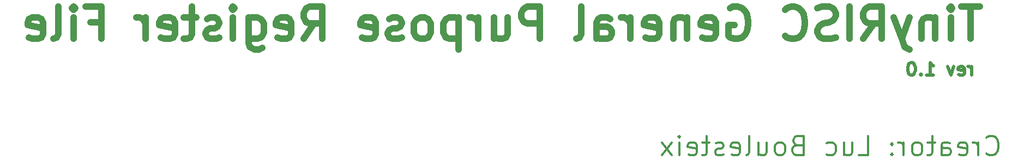
<source format=gbr>
%TF.GenerationSoftware,KiCad,Pcbnew,(5.1.10)-1*%
%TF.CreationDate,2021-10-27T21:26:05+02:00*%
%TF.ProjectId,General Purpose RF,47656e65-7261-46c2-9050-7572706f7365,rev1.0*%
%TF.SameCoordinates,Original*%
%TF.FileFunction,Legend,Bot*%
%TF.FilePolarity,Positive*%
%FSLAX46Y46*%
G04 Gerber Fmt 4.6, Leading zero omitted, Abs format (unit mm)*
G04 Created by KiCad (PCBNEW (5.1.10)-1) date 2021-10-27 21:26:05*
%MOMM*%
%LPD*%
G01*
G04 APERTURE LIST*
%ADD10C,0.500000*%
%ADD11C,0.300000*%
%ADD12C,1.000000*%
G04 APERTURE END LIST*
D10*
X227904761Y-122904761D02*
X227904761Y-121571428D01*
X227904761Y-121952380D02*
X227809523Y-121761904D01*
X227714285Y-121666666D01*
X227523809Y-121571428D01*
X227333333Y-121571428D01*
X225904761Y-122809523D02*
X226095238Y-122904761D01*
X226476190Y-122904761D01*
X226666666Y-122809523D01*
X226761904Y-122619047D01*
X226761904Y-121857142D01*
X226666666Y-121666666D01*
X226476190Y-121571428D01*
X226095238Y-121571428D01*
X225904761Y-121666666D01*
X225809523Y-121857142D01*
X225809523Y-122047619D01*
X226761904Y-122238095D01*
X225142857Y-121571428D02*
X224666666Y-122904761D01*
X224190476Y-121571428D01*
X220857142Y-122904761D02*
X222000000Y-122904761D01*
X221428571Y-122904761D02*
X221428571Y-120904761D01*
X221619047Y-121190476D01*
X221809523Y-121380952D01*
X222000000Y-121476190D01*
X220000000Y-122714285D02*
X219904761Y-122809523D01*
X220000000Y-122904761D01*
X220095238Y-122809523D01*
X220000000Y-122714285D01*
X220000000Y-122904761D01*
X218666666Y-120904761D02*
X218476190Y-120904761D01*
X218285714Y-121000000D01*
X218190476Y-121095238D01*
X218095238Y-121285714D01*
X218000000Y-121666666D01*
X218000000Y-122142857D01*
X218095238Y-122523809D01*
X218190476Y-122714285D01*
X218285714Y-122809523D01*
X218476190Y-122904761D01*
X218666666Y-122904761D01*
X218857142Y-122809523D01*
X218952380Y-122714285D01*
X219047619Y-122523809D01*
X219142857Y-122142857D01*
X219142857Y-121666666D01*
X219047619Y-121285714D01*
X218952380Y-121095238D01*
X218857142Y-121000000D01*
X218666666Y-120904761D01*
D11*
X230214285Y-135071428D02*
X230357142Y-135214285D01*
X230785714Y-135357142D01*
X231071428Y-135357142D01*
X231500000Y-135214285D01*
X231785714Y-134928571D01*
X231928571Y-134642857D01*
X232071428Y-134071428D01*
X232071428Y-133642857D01*
X231928571Y-133071428D01*
X231785714Y-132785714D01*
X231500000Y-132500000D01*
X231071428Y-132357142D01*
X230785714Y-132357142D01*
X230357142Y-132500000D01*
X230214285Y-132642857D01*
X228928571Y-135357142D02*
X228928571Y-133357142D01*
X228928571Y-133928571D02*
X228785714Y-133642857D01*
X228642857Y-133500000D01*
X228357142Y-133357142D01*
X228071428Y-133357142D01*
X225928571Y-135214285D02*
X226214285Y-135357142D01*
X226785714Y-135357142D01*
X227071428Y-135214285D01*
X227214285Y-134928571D01*
X227214285Y-133785714D01*
X227071428Y-133500000D01*
X226785714Y-133357142D01*
X226214285Y-133357142D01*
X225928571Y-133500000D01*
X225785714Y-133785714D01*
X225785714Y-134071428D01*
X227214285Y-134357142D01*
X223214285Y-135357142D02*
X223214285Y-133785714D01*
X223357142Y-133500000D01*
X223642857Y-133357142D01*
X224214285Y-133357142D01*
X224500000Y-133500000D01*
X223214285Y-135214285D02*
X223500000Y-135357142D01*
X224214285Y-135357142D01*
X224500000Y-135214285D01*
X224642857Y-134928571D01*
X224642857Y-134642857D01*
X224500000Y-134357142D01*
X224214285Y-134214285D01*
X223500000Y-134214285D01*
X223214285Y-134071428D01*
X222214285Y-133357142D02*
X221071428Y-133357142D01*
X221785714Y-132357142D02*
X221785714Y-134928571D01*
X221642857Y-135214285D01*
X221357142Y-135357142D01*
X221071428Y-135357142D01*
X219642857Y-135357142D02*
X219928571Y-135214285D01*
X220071428Y-135071428D01*
X220214285Y-134785714D01*
X220214285Y-133928571D01*
X220071428Y-133642857D01*
X219928571Y-133500000D01*
X219642857Y-133357142D01*
X219214285Y-133357142D01*
X218928571Y-133500000D01*
X218785714Y-133642857D01*
X218642857Y-133928571D01*
X218642857Y-134785714D01*
X218785714Y-135071428D01*
X218928571Y-135214285D01*
X219214285Y-135357142D01*
X219642857Y-135357142D01*
X217357142Y-135357142D02*
X217357142Y-133357142D01*
X217357142Y-133928571D02*
X217214285Y-133642857D01*
X217071428Y-133500000D01*
X216785714Y-133357142D01*
X216500000Y-133357142D01*
X215500000Y-135071428D02*
X215357142Y-135214285D01*
X215500000Y-135357142D01*
X215642857Y-135214285D01*
X215500000Y-135071428D01*
X215500000Y-135357142D01*
X215500000Y-133500000D02*
X215357142Y-133642857D01*
X215500000Y-133785714D01*
X215642857Y-133642857D01*
X215500000Y-133500000D01*
X215500000Y-133785714D01*
X210357142Y-135357142D02*
X211785714Y-135357142D01*
X211785714Y-132357142D01*
X208071428Y-133357142D02*
X208071428Y-135357142D01*
X209357142Y-133357142D02*
X209357142Y-134928571D01*
X209214285Y-135214285D01*
X208928571Y-135357142D01*
X208500000Y-135357142D01*
X208214285Y-135214285D01*
X208071428Y-135071428D01*
X205357142Y-135214285D02*
X205642857Y-135357142D01*
X206214285Y-135357142D01*
X206500000Y-135214285D01*
X206642857Y-135071428D01*
X206785714Y-134785714D01*
X206785714Y-133928571D01*
X206642857Y-133642857D01*
X206500000Y-133500000D01*
X206214285Y-133357142D01*
X205642857Y-133357142D01*
X205357142Y-133500000D01*
X200785714Y-133785714D02*
X200357142Y-133928571D01*
X200214285Y-134071428D01*
X200071428Y-134357142D01*
X200071428Y-134785714D01*
X200214285Y-135071428D01*
X200357142Y-135214285D01*
X200642857Y-135357142D01*
X201785714Y-135357142D01*
X201785714Y-132357142D01*
X200785714Y-132357142D01*
X200500000Y-132500000D01*
X200357142Y-132642857D01*
X200214285Y-132928571D01*
X200214285Y-133214285D01*
X200357142Y-133500000D01*
X200500000Y-133642857D01*
X200785714Y-133785714D01*
X201785714Y-133785714D01*
X198357142Y-135357142D02*
X198642857Y-135214285D01*
X198785714Y-135071428D01*
X198928571Y-134785714D01*
X198928571Y-133928571D01*
X198785714Y-133642857D01*
X198642857Y-133500000D01*
X198357142Y-133357142D01*
X197928571Y-133357142D01*
X197642857Y-133500000D01*
X197500000Y-133642857D01*
X197357142Y-133928571D01*
X197357142Y-134785714D01*
X197500000Y-135071428D01*
X197642857Y-135214285D01*
X197928571Y-135357142D01*
X198357142Y-135357142D01*
X194785714Y-133357142D02*
X194785714Y-135357142D01*
X196071428Y-133357142D02*
X196071428Y-134928571D01*
X195928571Y-135214285D01*
X195642857Y-135357142D01*
X195214285Y-135357142D01*
X194928571Y-135214285D01*
X194785714Y-135071428D01*
X192928571Y-135357142D02*
X193214285Y-135214285D01*
X193357142Y-134928571D01*
X193357142Y-132357142D01*
X190642857Y-135214285D02*
X190928571Y-135357142D01*
X191500000Y-135357142D01*
X191785714Y-135214285D01*
X191928571Y-134928571D01*
X191928571Y-133785714D01*
X191785714Y-133500000D01*
X191500000Y-133357142D01*
X190928571Y-133357142D01*
X190642857Y-133500000D01*
X190500000Y-133785714D01*
X190500000Y-134071428D01*
X191928571Y-134357142D01*
X189357142Y-135214285D02*
X189071428Y-135357142D01*
X188500000Y-135357142D01*
X188214285Y-135214285D01*
X188071428Y-134928571D01*
X188071428Y-134785714D01*
X188214285Y-134500000D01*
X188500000Y-134357142D01*
X188928571Y-134357142D01*
X189214285Y-134214285D01*
X189357142Y-133928571D01*
X189357142Y-133785714D01*
X189214285Y-133500000D01*
X188928571Y-133357142D01*
X188500000Y-133357142D01*
X188214285Y-133500000D01*
X187214285Y-133357142D02*
X186071428Y-133357142D01*
X186785714Y-132357142D02*
X186785714Y-134928571D01*
X186642857Y-135214285D01*
X186357142Y-135357142D01*
X186071428Y-135357142D01*
X183928571Y-135214285D02*
X184214285Y-135357142D01*
X184785714Y-135357142D01*
X185071428Y-135214285D01*
X185214285Y-134928571D01*
X185214285Y-133785714D01*
X185071428Y-133500000D01*
X184785714Y-133357142D01*
X184214285Y-133357142D01*
X183928571Y-133500000D01*
X183785714Y-133785714D01*
X183785714Y-134071428D01*
X185214285Y-134357142D01*
X182500000Y-135357142D02*
X182500000Y-133357142D01*
X182500000Y-132357142D02*
X182642857Y-132500000D01*
X182500000Y-132642857D01*
X182357142Y-132500000D01*
X182500000Y-132357142D01*
X182500000Y-132642857D01*
X181357142Y-135357142D02*
X179785714Y-133357142D01*
X181357142Y-133357142D02*
X179785714Y-135357142D01*
D12*
X229166666Y-112261904D02*
X226309523Y-112261904D01*
X227738095Y-117261904D02*
X227738095Y-112261904D01*
X224642857Y-117261904D02*
X224642857Y-113928571D01*
X224642857Y-112261904D02*
X224880952Y-112500000D01*
X224642857Y-112738095D01*
X224404761Y-112500000D01*
X224642857Y-112261904D01*
X224642857Y-112738095D01*
X222261904Y-113928571D02*
X222261904Y-117261904D01*
X222261904Y-114404761D02*
X222023809Y-114166666D01*
X221547619Y-113928571D01*
X220833333Y-113928571D01*
X220357142Y-114166666D01*
X220119047Y-114642857D01*
X220119047Y-117261904D01*
X218214285Y-113928571D02*
X217023809Y-117261904D01*
X215833333Y-113928571D02*
X217023809Y-117261904D01*
X217500000Y-118452380D01*
X217738095Y-118690476D01*
X218214285Y-118928571D01*
X211071428Y-117261904D02*
X212738095Y-114880952D01*
X213928571Y-117261904D02*
X213928571Y-112261904D01*
X212023809Y-112261904D01*
X211547619Y-112500000D01*
X211309523Y-112738095D01*
X211071428Y-113214285D01*
X211071428Y-113928571D01*
X211309523Y-114404761D01*
X211547619Y-114642857D01*
X212023809Y-114880952D01*
X213928571Y-114880952D01*
X208928571Y-117261904D02*
X208928571Y-112261904D01*
X206785714Y-117023809D02*
X206071428Y-117261904D01*
X204880952Y-117261904D01*
X204404761Y-117023809D01*
X204166666Y-116785714D01*
X203928571Y-116309523D01*
X203928571Y-115833333D01*
X204166666Y-115357142D01*
X204404761Y-115119047D01*
X204880952Y-114880952D01*
X205833333Y-114642857D01*
X206309523Y-114404761D01*
X206547619Y-114166666D01*
X206785714Y-113690476D01*
X206785714Y-113214285D01*
X206547619Y-112738095D01*
X206309523Y-112500000D01*
X205833333Y-112261904D01*
X204642857Y-112261904D01*
X203928571Y-112500000D01*
X198928571Y-116785714D02*
X199166666Y-117023809D01*
X199880952Y-117261904D01*
X200357142Y-117261904D01*
X201071428Y-117023809D01*
X201547619Y-116547619D01*
X201785714Y-116071428D01*
X202023809Y-115119047D01*
X202023809Y-114404761D01*
X201785714Y-113452380D01*
X201547619Y-112976190D01*
X201071428Y-112500000D01*
X200357142Y-112261904D01*
X199880952Y-112261904D01*
X199166666Y-112500000D01*
X198928571Y-112738095D01*
X190357142Y-112500000D02*
X190833333Y-112261904D01*
X191547619Y-112261904D01*
X192261904Y-112500000D01*
X192738095Y-112976190D01*
X192976190Y-113452380D01*
X193214285Y-114404761D01*
X193214285Y-115119047D01*
X192976190Y-116071428D01*
X192738095Y-116547619D01*
X192261904Y-117023809D01*
X191547619Y-117261904D01*
X191071428Y-117261904D01*
X190357142Y-117023809D01*
X190119047Y-116785714D01*
X190119047Y-115119047D01*
X191071428Y-115119047D01*
X186071428Y-117023809D02*
X186547619Y-117261904D01*
X187500000Y-117261904D01*
X187976190Y-117023809D01*
X188214285Y-116547619D01*
X188214285Y-114642857D01*
X187976190Y-114166666D01*
X187500000Y-113928571D01*
X186547619Y-113928571D01*
X186071428Y-114166666D01*
X185833333Y-114642857D01*
X185833333Y-115119047D01*
X188214285Y-115595238D01*
X183690476Y-113928571D02*
X183690476Y-117261904D01*
X183690476Y-114404761D02*
X183452380Y-114166666D01*
X182976190Y-113928571D01*
X182261904Y-113928571D01*
X181785714Y-114166666D01*
X181547619Y-114642857D01*
X181547619Y-117261904D01*
X177261904Y-117023809D02*
X177738095Y-117261904D01*
X178690476Y-117261904D01*
X179166666Y-117023809D01*
X179404761Y-116547619D01*
X179404761Y-114642857D01*
X179166666Y-114166666D01*
X178690476Y-113928571D01*
X177738095Y-113928571D01*
X177261904Y-114166666D01*
X177023809Y-114642857D01*
X177023809Y-115119047D01*
X179404761Y-115595238D01*
X174880952Y-117261904D02*
X174880952Y-113928571D01*
X174880952Y-114880952D02*
X174642857Y-114404761D01*
X174404761Y-114166666D01*
X173928571Y-113928571D01*
X173452380Y-113928571D01*
X169642857Y-117261904D02*
X169642857Y-114642857D01*
X169880952Y-114166666D01*
X170357142Y-113928571D01*
X171309523Y-113928571D01*
X171785714Y-114166666D01*
X169642857Y-117023809D02*
X170119047Y-117261904D01*
X171309523Y-117261904D01*
X171785714Y-117023809D01*
X172023809Y-116547619D01*
X172023809Y-116071428D01*
X171785714Y-115595238D01*
X171309523Y-115357142D01*
X170119047Y-115357142D01*
X169642857Y-115119047D01*
X166547619Y-117261904D02*
X167023809Y-117023809D01*
X167261904Y-116547619D01*
X167261904Y-112261904D01*
X160833333Y-117261904D02*
X160833333Y-112261904D01*
X158928571Y-112261904D01*
X158452380Y-112500000D01*
X158214285Y-112738095D01*
X157976190Y-113214285D01*
X157976190Y-113928571D01*
X158214285Y-114404761D01*
X158452380Y-114642857D01*
X158928571Y-114880952D01*
X160833333Y-114880952D01*
X153690476Y-113928571D02*
X153690476Y-117261904D01*
X155833333Y-113928571D02*
X155833333Y-116547619D01*
X155595238Y-117023809D01*
X155119047Y-117261904D01*
X154404761Y-117261904D01*
X153928571Y-117023809D01*
X153690476Y-116785714D01*
X151309523Y-117261904D02*
X151309523Y-113928571D01*
X151309523Y-114880952D02*
X151071428Y-114404761D01*
X150833333Y-114166666D01*
X150357142Y-113928571D01*
X149880952Y-113928571D01*
X148214285Y-113928571D02*
X148214285Y-118928571D01*
X148214285Y-114166666D02*
X147738095Y-113928571D01*
X146785714Y-113928571D01*
X146309523Y-114166666D01*
X146071428Y-114404761D01*
X145833333Y-114880952D01*
X145833333Y-116309523D01*
X146071428Y-116785714D01*
X146309523Y-117023809D01*
X146785714Y-117261904D01*
X147738095Y-117261904D01*
X148214285Y-117023809D01*
X142976190Y-117261904D02*
X143452380Y-117023809D01*
X143690476Y-116785714D01*
X143928571Y-116309523D01*
X143928571Y-114880952D01*
X143690476Y-114404761D01*
X143452380Y-114166666D01*
X142976190Y-113928571D01*
X142261904Y-113928571D01*
X141785714Y-114166666D01*
X141547619Y-114404761D01*
X141309523Y-114880952D01*
X141309523Y-116309523D01*
X141547619Y-116785714D01*
X141785714Y-117023809D01*
X142261904Y-117261904D01*
X142976190Y-117261904D01*
X139404761Y-117023809D02*
X138928571Y-117261904D01*
X137976190Y-117261904D01*
X137500000Y-117023809D01*
X137261904Y-116547619D01*
X137261904Y-116309523D01*
X137500000Y-115833333D01*
X137976190Y-115595238D01*
X138690476Y-115595238D01*
X139166666Y-115357142D01*
X139404761Y-114880952D01*
X139404761Y-114642857D01*
X139166666Y-114166666D01*
X138690476Y-113928571D01*
X137976190Y-113928571D01*
X137500000Y-114166666D01*
X133214285Y-117023809D02*
X133690476Y-117261904D01*
X134642857Y-117261904D01*
X135119047Y-117023809D01*
X135357142Y-116547619D01*
X135357142Y-114642857D01*
X135119047Y-114166666D01*
X134642857Y-113928571D01*
X133690476Y-113928571D01*
X133214285Y-114166666D01*
X132976190Y-114642857D01*
X132976190Y-115119047D01*
X135357142Y-115595238D01*
X124166666Y-117261904D02*
X125833333Y-114880952D01*
X127023809Y-117261904D02*
X127023809Y-112261904D01*
X125119047Y-112261904D01*
X124642857Y-112500000D01*
X124404761Y-112738095D01*
X124166666Y-113214285D01*
X124166666Y-113928571D01*
X124404761Y-114404761D01*
X124642857Y-114642857D01*
X125119047Y-114880952D01*
X127023809Y-114880952D01*
X120119047Y-117023809D02*
X120595238Y-117261904D01*
X121547619Y-117261904D01*
X122023809Y-117023809D01*
X122261904Y-116547619D01*
X122261904Y-114642857D01*
X122023809Y-114166666D01*
X121547619Y-113928571D01*
X120595238Y-113928571D01*
X120119047Y-114166666D01*
X119880952Y-114642857D01*
X119880952Y-115119047D01*
X122261904Y-115595238D01*
X115595238Y-113928571D02*
X115595238Y-117976190D01*
X115833333Y-118452380D01*
X116071428Y-118690476D01*
X116547619Y-118928571D01*
X117261904Y-118928571D01*
X117738095Y-118690476D01*
X115595238Y-117023809D02*
X116071428Y-117261904D01*
X117023809Y-117261904D01*
X117500000Y-117023809D01*
X117738095Y-116785714D01*
X117976190Y-116309523D01*
X117976190Y-114880952D01*
X117738095Y-114404761D01*
X117500000Y-114166666D01*
X117023809Y-113928571D01*
X116071428Y-113928571D01*
X115595238Y-114166666D01*
X113214285Y-117261904D02*
X113214285Y-113928571D01*
X113214285Y-112261904D02*
X113452380Y-112500000D01*
X113214285Y-112738095D01*
X112976190Y-112500000D01*
X113214285Y-112261904D01*
X113214285Y-112738095D01*
X111071428Y-117023809D02*
X110595238Y-117261904D01*
X109642857Y-117261904D01*
X109166666Y-117023809D01*
X108928571Y-116547619D01*
X108928571Y-116309523D01*
X109166666Y-115833333D01*
X109642857Y-115595238D01*
X110357142Y-115595238D01*
X110833333Y-115357142D01*
X111071428Y-114880952D01*
X111071428Y-114642857D01*
X110833333Y-114166666D01*
X110357142Y-113928571D01*
X109642857Y-113928571D01*
X109166666Y-114166666D01*
X107500000Y-113928571D02*
X105595238Y-113928571D01*
X106785714Y-112261904D02*
X106785714Y-116547619D01*
X106547619Y-117023809D01*
X106071428Y-117261904D01*
X105595238Y-117261904D01*
X102023809Y-117023809D02*
X102500000Y-117261904D01*
X103452380Y-117261904D01*
X103928571Y-117023809D01*
X104166666Y-116547619D01*
X104166666Y-114642857D01*
X103928571Y-114166666D01*
X103452380Y-113928571D01*
X102500000Y-113928571D01*
X102023809Y-114166666D01*
X101785714Y-114642857D01*
X101785714Y-115119047D01*
X104166666Y-115595238D01*
X99642857Y-117261904D02*
X99642857Y-113928571D01*
X99642857Y-114880952D02*
X99404761Y-114404761D01*
X99166666Y-114166666D01*
X98690476Y-113928571D01*
X98214285Y-113928571D01*
X91071428Y-114642857D02*
X92738095Y-114642857D01*
X92738095Y-117261904D02*
X92738095Y-112261904D01*
X90357142Y-112261904D01*
X88452380Y-117261904D02*
X88452380Y-113928571D01*
X88452380Y-112261904D02*
X88690476Y-112500000D01*
X88452380Y-112738095D01*
X88214285Y-112500000D01*
X88452380Y-112261904D01*
X88452380Y-112738095D01*
X85357142Y-117261904D02*
X85833333Y-117023809D01*
X86071428Y-116547619D01*
X86071428Y-112261904D01*
X81547619Y-117023809D02*
X82023809Y-117261904D01*
X82976190Y-117261904D01*
X83452380Y-117023809D01*
X83690476Y-116547619D01*
X83690476Y-114642857D01*
X83452380Y-114166666D01*
X82976190Y-113928571D01*
X82023809Y-113928571D01*
X81547619Y-114166666D01*
X81309523Y-114642857D01*
X81309523Y-115119047D01*
X83690476Y-115595238D01*
M02*

</source>
